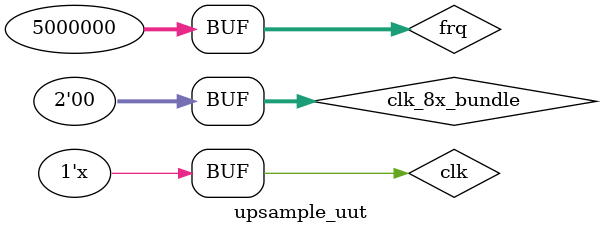
<source format=v>
`timescale 1ns / 1ps


module upsample_uut;

	// Inputs
	reg clk;
   reg [31:0] frq;
   reg [1:0] ERROR;
   reg [1:0] clk_8x_bundle;

	// Outputs
	wire [15:0] dds_i;
   wire [15:0] dds_q;

	// Instantiate the Unit Under Test (UUT)
   
   wire dds_val;
   wire [15:0] dds_i_slow, dds_q_slow;
   
   DDS_Source DDS_Source(
      .clk(clk),
      .frq(frq),
      .sin_out(dds_i_slow),
      .cos_out(dds_q_slow),
      .val(dds_val)
      );
	
   upsample upsample(
      .clk_8x_bundle(clk_8x_bundle),
      .sin_in(dds_i_slow),
      .cos_in(dds_q_slow),
      .input_val(dds_val),
      .sin_out(dds_i),
      .cos_out(dds_q),
      .val(signal_val)
      );

   always #2.5 clk = ~clk;
   
   always begin
      #0.3125 clk_8x_bundle = 2'b01;
      #0.3125 clk_8x_bundle = 2'b00;
   end
   
   always @(dds_i or dds_q) begin
      if (dds_i == 16'd0) begin
         if (dds_q == 16'd0) ERROR = 2'b11;
         else ERROR = 2'b10;
      end
      else begin
         if (dds_q == 16'd0) ERROR = 2'b01;
         else ERROR = 2'b00;
      end
   end

	initial begin
		// Initialize Inputs
		clk = 0;
      frq = 32'd5000000;

		// Wait 100 ns for global reset to finish
		#100;
       
		// Add stimulus here

	end
      
endmodule

</source>
